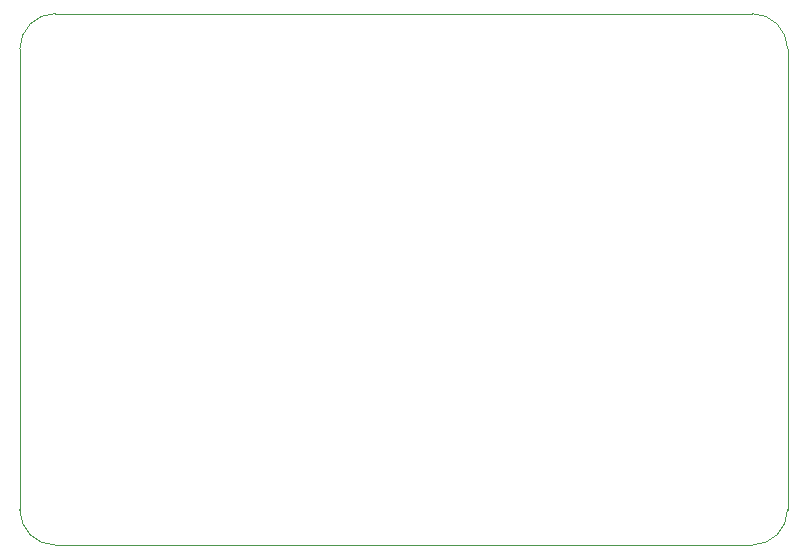
<source format=gm1>
G04 #@! TF.GenerationSoftware,KiCad,Pcbnew,7.0.1*
G04 #@! TF.CreationDate,2023-11-13T16:16:05-05:00*
G04 #@! TF.ProjectId,Radio HAT,52616469-6f20-4484-9154-2e6b69636164,v1.1*
G04 #@! TF.SameCoordinates,Original*
G04 #@! TF.FileFunction,Profile,NP*
%FSLAX46Y46*%
G04 Gerber Fmt 4.6, Leading zero omitted, Abs format (unit mm)*
G04 Created by KiCad (PCBNEW 7.0.1) date 2023-11-13 16:16:05*
%MOMM*%
%LPD*%
G01*
G04 APERTURE LIST*
G04 #@! TA.AperFunction,Profile*
%ADD10C,0.100000*%
G04 #@! TD*
G04 APERTURE END LIST*
D10*
X165000000Y-103000000D02*
X165000000Y-137000000D01*
X165000000Y-103000000D02*
G75*
G03*
X162000000Y-100000000I-3000000J0D01*
G01*
X100000000Y-103000000D02*
X100000000Y-137000000D01*
X103000000Y-100000000D02*
G75*
G03*
X100000000Y-103000000I0J-3000000D01*
G01*
X162000000Y-145000000D02*
X103000000Y-145000000D01*
X100000000Y-137000000D02*
X100000000Y-142000000D01*
X100000000Y-142000000D02*
G75*
G03*
X103000000Y-145000000I3000000J0D01*
G01*
X165000000Y-137000000D02*
X165000000Y-142000000D01*
X103000000Y-100000000D02*
X162000000Y-100000000D01*
X162000000Y-145000000D02*
G75*
G03*
X165000000Y-142000000I0J3000000D01*
G01*
M02*

</source>
